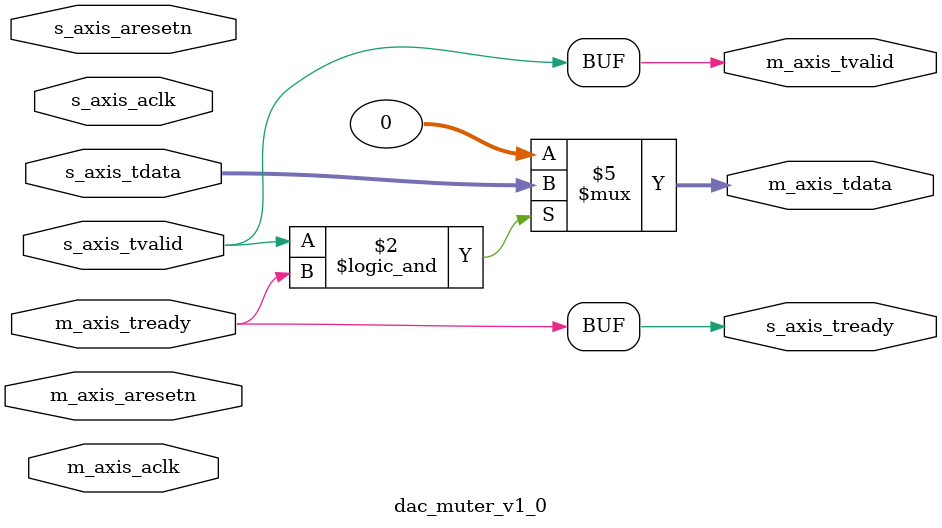
<source format=v>

`timescale 1 ns / 1 ps

module dac_muter_v1_0 #(

    // Parameters of AXI Stream Master/Slave Bus Interface S_AXIS
    parameter integer C_AXIS_TDATA_WIDTH = 32
) (

    // Ports of Axi Slave Bus Interface S_AXIS
    input wire s_axis_aclk,
    input wire s_axis_aresetn,
    output reg s_axis_tready,
    input wire [C_AXIS_TDATA_WIDTH-1 : 0] s_axis_tdata,
    input wire s_axis_tvalid,

    // Ports of Axi Master Bus Interface M_AXIS
    input wire m_axis_aclk,
    input wire m_axis_aresetn,
    output reg m_axis_tvalid,
    output reg [C_AXIS_TDATA_WIDTH-1 : 0] m_axis_tdata,
    input wire m_axis_tready
);

  always @(*) begin  // tdata
    if (s_axis_tvalid && m_axis_tready) begin
      m_axis_tdata = s_axis_tdata;
    end else begin
      m_axis_tdata = {{C_AXIS_TDATA_WIDTH} {1'b0}};
    end
  end

  always @(*) begin  // tready tvalid
    s_axis_tready = m_axis_tready;
    m_axis_tvalid = s_axis_tvalid;
  end

endmodule
</source>
